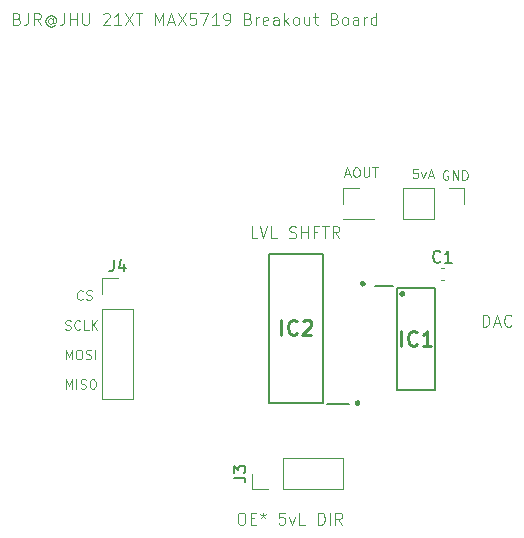
<source format=gbr>
%TF.GenerationSoftware,KiCad,Pcbnew,8.0.6*%
%TF.CreationDate,2024-12-20T03:38:08-05:00*%
%TF.ProjectId,MAX5719_breakout,4d415835-3731-4395-9f62-7265616b6f75,rev?*%
%TF.SameCoordinates,Original*%
%TF.FileFunction,Legend,Top*%
%TF.FilePolarity,Positive*%
%FSLAX46Y46*%
G04 Gerber Fmt 4.6, Leading zero omitted, Abs format (unit mm)*
G04 Created by KiCad (PCBNEW 8.0.6) date 2024-12-20 03:38:08*
%MOMM*%
%LPD*%
G01*
G04 APERTURE LIST*
%ADD10C,0.300000*%
%ADD11C,0.100000*%
%ADD12C,0.150000*%
%ADD13C,0.254000*%
%ADD14C,0.120000*%
%ADD15C,0.200000*%
G04 APERTURE END LIST*
D10*
X165270000Y-109780000D02*
G75*
G02*
X165070000Y-109780000I-100000J0D01*
G01*
X165070000Y-109780000D02*
G75*
G02*
X165270000Y-109780000I100000J0D01*
G01*
X168600000Y-110650000D02*
G75*
G02*
X168400000Y-110650000I-100000J0D01*
G01*
X168400000Y-110650000D02*
G75*
G02*
X168600000Y-110650000I100000J0D01*
G01*
X164819000Y-119888000D02*
G75*
G02*
X164619000Y-119888000I-100000J0D01*
G01*
X164619000Y-119888000D02*
G75*
G02*
X164819000Y-119888000I100000J0D01*
G01*
D11*
X169807217Y-100061895D02*
X169426265Y-100061895D01*
X169426265Y-100061895D02*
X169388169Y-100442847D01*
X169388169Y-100442847D02*
X169426265Y-100404752D01*
X169426265Y-100404752D02*
X169502455Y-100366657D01*
X169502455Y-100366657D02*
X169692931Y-100366657D01*
X169692931Y-100366657D02*
X169769122Y-100404752D01*
X169769122Y-100404752D02*
X169807217Y-100442847D01*
X169807217Y-100442847D02*
X169845312Y-100519038D01*
X169845312Y-100519038D02*
X169845312Y-100709514D01*
X169845312Y-100709514D02*
X169807217Y-100785704D01*
X169807217Y-100785704D02*
X169769122Y-100823800D01*
X169769122Y-100823800D02*
X169692931Y-100861895D01*
X169692931Y-100861895D02*
X169502455Y-100861895D01*
X169502455Y-100861895D02*
X169426265Y-100823800D01*
X169426265Y-100823800D02*
X169388169Y-100785704D01*
X170111979Y-100328561D02*
X170302455Y-100861895D01*
X170302455Y-100861895D02*
X170492932Y-100328561D01*
X170759598Y-100633323D02*
X171140551Y-100633323D01*
X170683408Y-100861895D02*
X170950075Y-100061895D01*
X170950075Y-100061895D02*
X171216741Y-100861895D01*
X140006265Y-116176895D02*
X140006265Y-115376895D01*
X140006265Y-115376895D02*
X140272931Y-115948323D01*
X140272931Y-115948323D02*
X140539598Y-115376895D01*
X140539598Y-115376895D02*
X140539598Y-116176895D01*
X141072932Y-115376895D02*
X141225313Y-115376895D01*
X141225313Y-115376895D02*
X141301503Y-115414990D01*
X141301503Y-115414990D02*
X141377694Y-115491180D01*
X141377694Y-115491180D02*
X141415789Y-115643561D01*
X141415789Y-115643561D02*
X141415789Y-115910228D01*
X141415789Y-115910228D02*
X141377694Y-116062609D01*
X141377694Y-116062609D02*
X141301503Y-116138800D01*
X141301503Y-116138800D02*
X141225313Y-116176895D01*
X141225313Y-116176895D02*
X141072932Y-116176895D01*
X141072932Y-116176895D02*
X140996741Y-116138800D01*
X140996741Y-116138800D02*
X140920551Y-116062609D01*
X140920551Y-116062609D02*
X140882455Y-115910228D01*
X140882455Y-115910228D02*
X140882455Y-115643561D01*
X140882455Y-115643561D02*
X140920551Y-115491180D01*
X140920551Y-115491180D02*
X140996741Y-115414990D01*
X140996741Y-115414990D02*
X141072932Y-115376895D01*
X141720550Y-116138800D02*
X141834836Y-116176895D01*
X141834836Y-116176895D02*
X142025312Y-116176895D01*
X142025312Y-116176895D02*
X142101503Y-116138800D01*
X142101503Y-116138800D02*
X142139598Y-116100704D01*
X142139598Y-116100704D02*
X142177693Y-116024514D01*
X142177693Y-116024514D02*
X142177693Y-115948323D01*
X142177693Y-115948323D02*
X142139598Y-115872133D01*
X142139598Y-115872133D02*
X142101503Y-115834038D01*
X142101503Y-115834038D02*
X142025312Y-115795942D01*
X142025312Y-115795942D02*
X141872931Y-115757847D01*
X141872931Y-115757847D02*
X141796741Y-115719752D01*
X141796741Y-115719752D02*
X141758646Y-115681657D01*
X141758646Y-115681657D02*
X141720550Y-115605466D01*
X141720550Y-115605466D02*
X141720550Y-115529276D01*
X141720550Y-115529276D02*
X141758646Y-115453085D01*
X141758646Y-115453085D02*
X141796741Y-115414990D01*
X141796741Y-115414990D02*
X141872931Y-115376895D01*
X141872931Y-115376895D02*
X142063408Y-115376895D01*
X142063408Y-115376895D02*
X142177693Y-115414990D01*
X142520551Y-116176895D02*
X142520551Y-115376895D01*
X135887217Y-87348609D02*
X136030074Y-87396228D01*
X136030074Y-87396228D02*
X136077693Y-87443847D01*
X136077693Y-87443847D02*
X136125312Y-87539085D01*
X136125312Y-87539085D02*
X136125312Y-87681942D01*
X136125312Y-87681942D02*
X136077693Y-87777180D01*
X136077693Y-87777180D02*
X136030074Y-87824800D01*
X136030074Y-87824800D02*
X135934836Y-87872419D01*
X135934836Y-87872419D02*
X135553884Y-87872419D01*
X135553884Y-87872419D02*
X135553884Y-86872419D01*
X135553884Y-86872419D02*
X135887217Y-86872419D01*
X135887217Y-86872419D02*
X135982455Y-86920038D01*
X135982455Y-86920038D02*
X136030074Y-86967657D01*
X136030074Y-86967657D02*
X136077693Y-87062895D01*
X136077693Y-87062895D02*
X136077693Y-87158133D01*
X136077693Y-87158133D02*
X136030074Y-87253371D01*
X136030074Y-87253371D02*
X135982455Y-87300990D01*
X135982455Y-87300990D02*
X135887217Y-87348609D01*
X135887217Y-87348609D02*
X135553884Y-87348609D01*
X136839598Y-86872419D02*
X136839598Y-87586704D01*
X136839598Y-87586704D02*
X136791979Y-87729561D01*
X136791979Y-87729561D02*
X136696741Y-87824800D01*
X136696741Y-87824800D02*
X136553884Y-87872419D01*
X136553884Y-87872419D02*
X136458646Y-87872419D01*
X137887217Y-87872419D02*
X137553884Y-87396228D01*
X137315789Y-87872419D02*
X137315789Y-86872419D01*
X137315789Y-86872419D02*
X137696741Y-86872419D01*
X137696741Y-86872419D02*
X137791979Y-86920038D01*
X137791979Y-86920038D02*
X137839598Y-86967657D01*
X137839598Y-86967657D02*
X137887217Y-87062895D01*
X137887217Y-87062895D02*
X137887217Y-87205752D01*
X137887217Y-87205752D02*
X137839598Y-87300990D01*
X137839598Y-87300990D02*
X137791979Y-87348609D01*
X137791979Y-87348609D02*
X137696741Y-87396228D01*
X137696741Y-87396228D02*
X137315789Y-87396228D01*
X138934836Y-87396228D02*
X138887217Y-87348609D01*
X138887217Y-87348609D02*
X138791979Y-87300990D01*
X138791979Y-87300990D02*
X138696741Y-87300990D01*
X138696741Y-87300990D02*
X138601503Y-87348609D01*
X138601503Y-87348609D02*
X138553884Y-87396228D01*
X138553884Y-87396228D02*
X138506265Y-87491466D01*
X138506265Y-87491466D02*
X138506265Y-87586704D01*
X138506265Y-87586704D02*
X138553884Y-87681942D01*
X138553884Y-87681942D02*
X138601503Y-87729561D01*
X138601503Y-87729561D02*
X138696741Y-87777180D01*
X138696741Y-87777180D02*
X138791979Y-87777180D01*
X138791979Y-87777180D02*
X138887217Y-87729561D01*
X138887217Y-87729561D02*
X138934836Y-87681942D01*
X138934836Y-87300990D02*
X138934836Y-87681942D01*
X138934836Y-87681942D02*
X138982455Y-87729561D01*
X138982455Y-87729561D02*
X139030074Y-87729561D01*
X139030074Y-87729561D02*
X139125313Y-87681942D01*
X139125313Y-87681942D02*
X139172932Y-87586704D01*
X139172932Y-87586704D02*
X139172932Y-87348609D01*
X139172932Y-87348609D02*
X139077694Y-87205752D01*
X139077694Y-87205752D02*
X138934836Y-87110514D01*
X138934836Y-87110514D02*
X138744360Y-87062895D01*
X138744360Y-87062895D02*
X138553884Y-87110514D01*
X138553884Y-87110514D02*
X138411027Y-87205752D01*
X138411027Y-87205752D02*
X138315789Y-87348609D01*
X138315789Y-87348609D02*
X138268170Y-87539085D01*
X138268170Y-87539085D02*
X138315789Y-87729561D01*
X138315789Y-87729561D02*
X138411027Y-87872419D01*
X138411027Y-87872419D02*
X138553884Y-87967657D01*
X138553884Y-87967657D02*
X138744360Y-88015276D01*
X138744360Y-88015276D02*
X138934836Y-87967657D01*
X138934836Y-87967657D02*
X139077694Y-87872419D01*
X139887217Y-86872419D02*
X139887217Y-87586704D01*
X139887217Y-87586704D02*
X139839598Y-87729561D01*
X139839598Y-87729561D02*
X139744360Y-87824800D01*
X139744360Y-87824800D02*
X139601503Y-87872419D01*
X139601503Y-87872419D02*
X139506265Y-87872419D01*
X140363408Y-87872419D02*
X140363408Y-86872419D01*
X140363408Y-87348609D02*
X140934836Y-87348609D01*
X140934836Y-87872419D02*
X140934836Y-86872419D01*
X141411027Y-86872419D02*
X141411027Y-87681942D01*
X141411027Y-87681942D02*
X141458646Y-87777180D01*
X141458646Y-87777180D02*
X141506265Y-87824800D01*
X141506265Y-87824800D02*
X141601503Y-87872419D01*
X141601503Y-87872419D02*
X141791979Y-87872419D01*
X141791979Y-87872419D02*
X141887217Y-87824800D01*
X141887217Y-87824800D02*
X141934836Y-87777180D01*
X141934836Y-87777180D02*
X141982455Y-87681942D01*
X141982455Y-87681942D02*
X141982455Y-86872419D01*
X143172932Y-86967657D02*
X143220551Y-86920038D01*
X143220551Y-86920038D02*
X143315789Y-86872419D01*
X143315789Y-86872419D02*
X143553884Y-86872419D01*
X143553884Y-86872419D02*
X143649122Y-86920038D01*
X143649122Y-86920038D02*
X143696741Y-86967657D01*
X143696741Y-86967657D02*
X143744360Y-87062895D01*
X143744360Y-87062895D02*
X143744360Y-87158133D01*
X143744360Y-87158133D02*
X143696741Y-87300990D01*
X143696741Y-87300990D02*
X143125313Y-87872419D01*
X143125313Y-87872419D02*
X143744360Y-87872419D01*
X144696741Y-87872419D02*
X144125313Y-87872419D01*
X144411027Y-87872419D02*
X144411027Y-86872419D01*
X144411027Y-86872419D02*
X144315789Y-87015276D01*
X144315789Y-87015276D02*
X144220551Y-87110514D01*
X144220551Y-87110514D02*
X144125313Y-87158133D01*
X145030075Y-86872419D02*
X145696741Y-87872419D01*
X145696741Y-86872419D02*
X145030075Y-87872419D01*
X145934837Y-86872419D02*
X146506265Y-86872419D01*
X146220551Y-87872419D02*
X146220551Y-86872419D01*
X147601504Y-87872419D02*
X147601504Y-86872419D01*
X147601504Y-86872419D02*
X147934837Y-87586704D01*
X147934837Y-87586704D02*
X148268170Y-86872419D01*
X148268170Y-86872419D02*
X148268170Y-87872419D01*
X148696742Y-87586704D02*
X149172932Y-87586704D01*
X148601504Y-87872419D02*
X148934837Y-86872419D01*
X148934837Y-86872419D02*
X149268170Y-87872419D01*
X149506266Y-86872419D02*
X150172932Y-87872419D01*
X150172932Y-86872419D02*
X149506266Y-87872419D01*
X151030075Y-86872419D02*
X150553885Y-86872419D01*
X150553885Y-86872419D02*
X150506266Y-87348609D01*
X150506266Y-87348609D02*
X150553885Y-87300990D01*
X150553885Y-87300990D02*
X150649123Y-87253371D01*
X150649123Y-87253371D02*
X150887218Y-87253371D01*
X150887218Y-87253371D02*
X150982456Y-87300990D01*
X150982456Y-87300990D02*
X151030075Y-87348609D01*
X151030075Y-87348609D02*
X151077694Y-87443847D01*
X151077694Y-87443847D02*
X151077694Y-87681942D01*
X151077694Y-87681942D02*
X151030075Y-87777180D01*
X151030075Y-87777180D02*
X150982456Y-87824800D01*
X150982456Y-87824800D02*
X150887218Y-87872419D01*
X150887218Y-87872419D02*
X150649123Y-87872419D01*
X150649123Y-87872419D02*
X150553885Y-87824800D01*
X150553885Y-87824800D02*
X150506266Y-87777180D01*
X151411028Y-86872419D02*
X152077694Y-86872419D01*
X152077694Y-86872419D02*
X151649123Y-87872419D01*
X152982456Y-87872419D02*
X152411028Y-87872419D01*
X152696742Y-87872419D02*
X152696742Y-86872419D01*
X152696742Y-86872419D02*
X152601504Y-87015276D01*
X152601504Y-87015276D02*
X152506266Y-87110514D01*
X152506266Y-87110514D02*
X152411028Y-87158133D01*
X153458647Y-87872419D02*
X153649123Y-87872419D01*
X153649123Y-87872419D02*
X153744361Y-87824800D01*
X153744361Y-87824800D02*
X153791980Y-87777180D01*
X153791980Y-87777180D02*
X153887218Y-87634323D01*
X153887218Y-87634323D02*
X153934837Y-87443847D01*
X153934837Y-87443847D02*
X153934837Y-87062895D01*
X153934837Y-87062895D02*
X153887218Y-86967657D01*
X153887218Y-86967657D02*
X153839599Y-86920038D01*
X153839599Y-86920038D02*
X153744361Y-86872419D01*
X153744361Y-86872419D02*
X153553885Y-86872419D01*
X153553885Y-86872419D02*
X153458647Y-86920038D01*
X153458647Y-86920038D02*
X153411028Y-86967657D01*
X153411028Y-86967657D02*
X153363409Y-87062895D01*
X153363409Y-87062895D02*
X153363409Y-87300990D01*
X153363409Y-87300990D02*
X153411028Y-87396228D01*
X153411028Y-87396228D02*
X153458647Y-87443847D01*
X153458647Y-87443847D02*
X153553885Y-87491466D01*
X153553885Y-87491466D02*
X153744361Y-87491466D01*
X153744361Y-87491466D02*
X153839599Y-87443847D01*
X153839599Y-87443847D02*
X153887218Y-87396228D01*
X153887218Y-87396228D02*
X153934837Y-87300990D01*
X155458647Y-87348609D02*
X155601504Y-87396228D01*
X155601504Y-87396228D02*
X155649123Y-87443847D01*
X155649123Y-87443847D02*
X155696742Y-87539085D01*
X155696742Y-87539085D02*
X155696742Y-87681942D01*
X155696742Y-87681942D02*
X155649123Y-87777180D01*
X155649123Y-87777180D02*
X155601504Y-87824800D01*
X155601504Y-87824800D02*
X155506266Y-87872419D01*
X155506266Y-87872419D02*
X155125314Y-87872419D01*
X155125314Y-87872419D02*
X155125314Y-86872419D01*
X155125314Y-86872419D02*
X155458647Y-86872419D01*
X155458647Y-86872419D02*
X155553885Y-86920038D01*
X155553885Y-86920038D02*
X155601504Y-86967657D01*
X155601504Y-86967657D02*
X155649123Y-87062895D01*
X155649123Y-87062895D02*
X155649123Y-87158133D01*
X155649123Y-87158133D02*
X155601504Y-87253371D01*
X155601504Y-87253371D02*
X155553885Y-87300990D01*
X155553885Y-87300990D02*
X155458647Y-87348609D01*
X155458647Y-87348609D02*
X155125314Y-87348609D01*
X156125314Y-87872419D02*
X156125314Y-87205752D01*
X156125314Y-87396228D02*
X156172933Y-87300990D01*
X156172933Y-87300990D02*
X156220552Y-87253371D01*
X156220552Y-87253371D02*
X156315790Y-87205752D01*
X156315790Y-87205752D02*
X156411028Y-87205752D01*
X157125314Y-87824800D02*
X157030076Y-87872419D01*
X157030076Y-87872419D02*
X156839600Y-87872419D01*
X156839600Y-87872419D02*
X156744362Y-87824800D01*
X156744362Y-87824800D02*
X156696743Y-87729561D01*
X156696743Y-87729561D02*
X156696743Y-87348609D01*
X156696743Y-87348609D02*
X156744362Y-87253371D01*
X156744362Y-87253371D02*
X156839600Y-87205752D01*
X156839600Y-87205752D02*
X157030076Y-87205752D01*
X157030076Y-87205752D02*
X157125314Y-87253371D01*
X157125314Y-87253371D02*
X157172933Y-87348609D01*
X157172933Y-87348609D02*
X157172933Y-87443847D01*
X157172933Y-87443847D02*
X156696743Y-87539085D01*
X158030076Y-87872419D02*
X158030076Y-87348609D01*
X158030076Y-87348609D02*
X157982457Y-87253371D01*
X157982457Y-87253371D02*
X157887219Y-87205752D01*
X157887219Y-87205752D02*
X157696743Y-87205752D01*
X157696743Y-87205752D02*
X157601505Y-87253371D01*
X158030076Y-87824800D02*
X157934838Y-87872419D01*
X157934838Y-87872419D02*
X157696743Y-87872419D01*
X157696743Y-87872419D02*
X157601505Y-87824800D01*
X157601505Y-87824800D02*
X157553886Y-87729561D01*
X157553886Y-87729561D02*
X157553886Y-87634323D01*
X157553886Y-87634323D02*
X157601505Y-87539085D01*
X157601505Y-87539085D02*
X157696743Y-87491466D01*
X157696743Y-87491466D02*
X157934838Y-87491466D01*
X157934838Y-87491466D02*
X158030076Y-87443847D01*
X158506267Y-87872419D02*
X158506267Y-86872419D01*
X158601505Y-87491466D02*
X158887219Y-87872419D01*
X158887219Y-87205752D02*
X158506267Y-87586704D01*
X159458648Y-87872419D02*
X159363410Y-87824800D01*
X159363410Y-87824800D02*
X159315791Y-87777180D01*
X159315791Y-87777180D02*
X159268172Y-87681942D01*
X159268172Y-87681942D02*
X159268172Y-87396228D01*
X159268172Y-87396228D02*
X159315791Y-87300990D01*
X159315791Y-87300990D02*
X159363410Y-87253371D01*
X159363410Y-87253371D02*
X159458648Y-87205752D01*
X159458648Y-87205752D02*
X159601505Y-87205752D01*
X159601505Y-87205752D02*
X159696743Y-87253371D01*
X159696743Y-87253371D02*
X159744362Y-87300990D01*
X159744362Y-87300990D02*
X159791981Y-87396228D01*
X159791981Y-87396228D02*
X159791981Y-87681942D01*
X159791981Y-87681942D02*
X159744362Y-87777180D01*
X159744362Y-87777180D02*
X159696743Y-87824800D01*
X159696743Y-87824800D02*
X159601505Y-87872419D01*
X159601505Y-87872419D02*
X159458648Y-87872419D01*
X160649124Y-87205752D02*
X160649124Y-87872419D01*
X160220553Y-87205752D02*
X160220553Y-87729561D01*
X160220553Y-87729561D02*
X160268172Y-87824800D01*
X160268172Y-87824800D02*
X160363410Y-87872419D01*
X160363410Y-87872419D02*
X160506267Y-87872419D01*
X160506267Y-87872419D02*
X160601505Y-87824800D01*
X160601505Y-87824800D02*
X160649124Y-87777180D01*
X160982458Y-87205752D02*
X161363410Y-87205752D01*
X161125315Y-86872419D02*
X161125315Y-87729561D01*
X161125315Y-87729561D02*
X161172934Y-87824800D01*
X161172934Y-87824800D02*
X161268172Y-87872419D01*
X161268172Y-87872419D02*
X161363410Y-87872419D01*
X162791982Y-87348609D02*
X162934839Y-87396228D01*
X162934839Y-87396228D02*
X162982458Y-87443847D01*
X162982458Y-87443847D02*
X163030077Y-87539085D01*
X163030077Y-87539085D02*
X163030077Y-87681942D01*
X163030077Y-87681942D02*
X162982458Y-87777180D01*
X162982458Y-87777180D02*
X162934839Y-87824800D01*
X162934839Y-87824800D02*
X162839601Y-87872419D01*
X162839601Y-87872419D02*
X162458649Y-87872419D01*
X162458649Y-87872419D02*
X162458649Y-86872419D01*
X162458649Y-86872419D02*
X162791982Y-86872419D01*
X162791982Y-86872419D02*
X162887220Y-86920038D01*
X162887220Y-86920038D02*
X162934839Y-86967657D01*
X162934839Y-86967657D02*
X162982458Y-87062895D01*
X162982458Y-87062895D02*
X162982458Y-87158133D01*
X162982458Y-87158133D02*
X162934839Y-87253371D01*
X162934839Y-87253371D02*
X162887220Y-87300990D01*
X162887220Y-87300990D02*
X162791982Y-87348609D01*
X162791982Y-87348609D02*
X162458649Y-87348609D01*
X163601506Y-87872419D02*
X163506268Y-87824800D01*
X163506268Y-87824800D02*
X163458649Y-87777180D01*
X163458649Y-87777180D02*
X163411030Y-87681942D01*
X163411030Y-87681942D02*
X163411030Y-87396228D01*
X163411030Y-87396228D02*
X163458649Y-87300990D01*
X163458649Y-87300990D02*
X163506268Y-87253371D01*
X163506268Y-87253371D02*
X163601506Y-87205752D01*
X163601506Y-87205752D02*
X163744363Y-87205752D01*
X163744363Y-87205752D02*
X163839601Y-87253371D01*
X163839601Y-87253371D02*
X163887220Y-87300990D01*
X163887220Y-87300990D02*
X163934839Y-87396228D01*
X163934839Y-87396228D02*
X163934839Y-87681942D01*
X163934839Y-87681942D02*
X163887220Y-87777180D01*
X163887220Y-87777180D02*
X163839601Y-87824800D01*
X163839601Y-87824800D02*
X163744363Y-87872419D01*
X163744363Y-87872419D02*
X163601506Y-87872419D01*
X164791982Y-87872419D02*
X164791982Y-87348609D01*
X164791982Y-87348609D02*
X164744363Y-87253371D01*
X164744363Y-87253371D02*
X164649125Y-87205752D01*
X164649125Y-87205752D02*
X164458649Y-87205752D01*
X164458649Y-87205752D02*
X164363411Y-87253371D01*
X164791982Y-87824800D02*
X164696744Y-87872419D01*
X164696744Y-87872419D02*
X164458649Y-87872419D01*
X164458649Y-87872419D02*
X164363411Y-87824800D01*
X164363411Y-87824800D02*
X164315792Y-87729561D01*
X164315792Y-87729561D02*
X164315792Y-87634323D01*
X164315792Y-87634323D02*
X164363411Y-87539085D01*
X164363411Y-87539085D02*
X164458649Y-87491466D01*
X164458649Y-87491466D02*
X164696744Y-87491466D01*
X164696744Y-87491466D02*
X164791982Y-87443847D01*
X165268173Y-87872419D02*
X165268173Y-87205752D01*
X165268173Y-87396228D02*
X165315792Y-87300990D01*
X165315792Y-87300990D02*
X165363411Y-87253371D01*
X165363411Y-87253371D02*
X165458649Y-87205752D01*
X165458649Y-87205752D02*
X165553887Y-87205752D01*
X166315792Y-87872419D02*
X166315792Y-86872419D01*
X166315792Y-87824800D02*
X166220554Y-87872419D01*
X166220554Y-87872419D02*
X166030078Y-87872419D01*
X166030078Y-87872419D02*
X165934840Y-87824800D01*
X165934840Y-87824800D02*
X165887221Y-87777180D01*
X165887221Y-87777180D02*
X165839602Y-87681942D01*
X165839602Y-87681942D02*
X165839602Y-87396228D01*
X165839602Y-87396228D02*
X165887221Y-87300990D01*
X165887221Y-87300990D02*
X165934840Y-87253371D01*
X165934840Y-87253371D02*
X166030078Y-87205752D01*
X166030078Y-87205752D02*
X166220554Y-87205752D01*
X166220554Y-87205752D02*
X166315792Y-87253371D01*
X140006265Y-118676895D02*
X140006265Y-117876895D01*
X140006265Y-117876895D02*
X140272931Y-118448323D01*
X140272931Y-118448323D02*
X140539598Y-117876895D01*
X140539598Y-117876895D02*
X140539598Y-118676895D01*
X140920551Y-118676895D02*
X140920551Y-117876895D01*
X141263407Y-118638800D02*
X141377693Y-118676895D01*
X141377693Y-118676895D02*
X141568169Y-118676895D01*
X141568169Y-118676895D02*
X141644360Y-118638800D01*
X141644360Y-118638800D02*
X141682455Y-118600704D01*
X141682455Y-118600704D02*
X141720550Y-118524514D01*
X141720550Y-118524514D02*
X141720550Y-118448323D01*
X141720550Y-118448323D02*
X141682455Y-118372133D01*
X141682455Y-118372133D02*
X141644360Y-118334038D01*
X141644360Y-118334038D02*
X141568169Y-118295942D01*
X141568169Y-118295942D02*
X141415788Y-118257847D01*
X141415788Y-118257847D02*
X141339598Y-118219752D01*
X141339598Y-118219752D02*
X141301503Y-118181657D01*
X141301503Y-118181657D02*
X141263407Y-118105466D01*
X141263407Y-118105466D02*
X141263407Y-118029276D01*
X141263407Y-118029276D02*
X141301503Y-117953085D01*
X141301503Y-117953085D02*
X141339598Y-117914990D01*
X141339598Y-117914990D02*
X141415788Y-117876895D01*
X141415788Y-117876895D02*
X141606265Y-117876895D01*
X141606265Y-117876895D02*
X141720550Y-117914990D01*
X142215789Y-117876895D02*
X142368170Y-117876895D01*
X142368170Y-117876895D02*
X142444360Y-117914990D01*
X142444360Y-117914990D02*
X142520551Y-117991180D01*
X142520551Y-117991180D02*
X142558646Y-118143561D01*
X142558646Y-118143561D02*
X142558646Y-118410228D01*
X142558646Y-118410228D02*
X142520551Y-118562609D01*
X142520551Y-118562609D02*
X142444360Y-118638800D01*
X142444360Y-118638800D02*
X142368170Y-118676895D01*
X142368170Y-118676895D02*
X142215789Y-118676895D01*
X142215789Y-118676895D02*
X142139598Y-118638800D01*
X142139598Y-118638800D02*
X142063408Y-118562609D01*
X142063408Y-118562609D02*
X142025312Y-118410228D01*
X142025312Y-118410228D02*
X142025312Y-118143561D01*
X142025312Y-118143561D02*
X142063408Y-117991180D01*
X142063408Y-117991180D02*
X142139598Y-117914990D01*
X142139598Y-117914990D02*
X142215789Y-117876895D01*
X172379312Y-100226990D02*
X172303122Y-100188895D01*
X172303122Y-100188895D02*
X172188836Y-100188895D01*
X172188836Y-100188895D02*
X172074550Y-100226990D01*
X172074550Y-100226990D02*
X171998360Y-100303180D01*
X171998360Y-100303180D02*
X171960265Y-100379371D01*
X171960265Y-100379371D02*
X171922169Y-100531752D01*
X171922169Y-100531752D02*
X171922169Y-100646038D01*
X171922169Y-100646038D02*
X171960265Y-100798419D01*
X171960265Y-100798419D02*
X171998360Y-100874609D01*
X171998360Y-100874609D02*
X172074550Y-100950800D01*
X172074550Y-100950800D02*
X172188836Y-100988895D01*
X172188836Y-100988895D02*
X172265027Y-100988895D01*
X172265027Y-100988895D02*
X172379312Y-100950800D01*
X172379312Y-100950800D02*
X172417408Y-100912704D01*
X172417408Y-100912704D02*
X172417408Y-100646038D01*
X172417408Y-100646038D02*
X172265027Y-100646038D01*
X172760265Y-100988895D02*
X172760265Y-100188895D01*
X172760265Y-100188895D02*
X173217408Y-100988895D01*
X173217408Y-100988895D02*
X173217408Y-100188895D01*
X173598360Y-100988895D02*
X173598360Y-100188895D01*
X173598360Y-100188895D02*
X173788836Y-100188895D01*
X173788836Y-100188895D02*
X173903122Y-100226990D01*
X173903122Y-100226990D02*
X173979312Y-100303180D01*
X173979312Y-100303180D02*
X174017407Y-100379371D01*
X174017407Y-100379371D02*
X174055503Y-100531752D01*
X174055503Y-100531752D02*
X174055503Y-100646038D01*
X174055503Y-100646038D02*
X174017407Y-100798419D01*
X174017407Y-100798419D02*
X173979312Y-100874609D01*
X173979312Y-100874609D02*
X173903122Y-100950800D01*
X173903122Y-100950800D02*
X173788836Y-100988895D01*
X173788836Y-100988895D02*
X173598360Y-100988895D01*
X156228074Y-105917419D02*
X155751884Y-105917419D01*
X155751884Y-105917419D02*
X155751884Y-104917419D01*
X156418551Y-104917419D02*
X156751884Y-105917419D01*
X156751884Y-105917419D02*
X157085217Y-104917419D01*
X157894741Y-105917419D02*
X157418551Y-105917419D01*
X157418551Y-105917419D02*
X157418551Y-104917419D01*
X158942361Y-105869800D02*
X159085218Y-105917419D01*
X159085218Y-105917419D02*
X159323313Y-105917419D01*
X159323313Y-105917419D02*
X159418551Y-105869800D01*
X159418551Y-105869800D02*
X159466170Y-105822180D01*
X159466170Y-105822180D02*
X159513789Y-105726942D01*
X159513789Y-105726942D02*
X159513789Y-105631704D01*
X159513789Y-105631704D02*
X159466170Y-105536466D01*
X159466170Y-105536466D02*
X159418551Y-105488847D01*
X159418551Y-105488847D02*
X159323313Y-105441228D01*
X159323313Y-105441228D02*
X159132837Y-105393609D01*
X159132837Y-105393609D02*
X159037599Y-105345990D01*
X159037599Y-105345990D02*
X158989980Y-105298371D01*
X158989980Y-105298371D02*
X158942361Y-105203133D01*
X158942361Y-105203133D02*
X158942361Y-105107895D01*
X158942361Y-105107895D02*
X158989980Y-105012657D01*
X158989980Y-105012657D02*
X159037599Y-104965038D01*
X159037599Y-104965038D02*
X159132837Y-104917419D01*
X159132837Y-104917419D02*
X159370932Y-104917419D01*
X159370932Y-104917419D02*
X159513789Y-104965038D01*
X159942361Y-105917419D02*
X159942361Y-104917419D01*
X159942361Y-105393609D02*
X160513789Y-105393609D01*
X160513789Y-105917419D02*
X160513789Y-104917419D01*
X161323313Y-105393609D02*
X160989980Y-105393609D01*
X160989980Y-105917419D02*
X160989980Y-104917419D01*
X160989980Y-104917419D02*
X161466170Y-104917419D01*
X161704266Y-104917419D02*
X162275694Y-104917419D01*
X161989980Y-105917419D02*
X161989980Y-104917419D01*
X163180456Y-105917419D02*
X162847123Y-105441228D01*
X162609028Y-105917419D02*
X162609028Y-104917419D01*
X162609028Y-104917419D02*
X162989980Y-104917419D01*
X162989980Y-104917419D02*
X163085218Y-104965038D01*
X163085218Y-104965038D02*
X163132837Y-105012657D01*
X163132837Y-105012657D02*
X163180456Y-105107895D01*
X163180456Y-105107895D02*
X163180456Y-105250752D01*
X163180456Y-105250752D02*
X163132837Y-105345990D01*
X163132837Y-105345990D02*
X163085218Y-105393609D01*
X163085218Y-105393609D02*
X162989980Y-105441228D01*
X162989980Y-105441228D02*
X162609028Y-105441228D01*
X154799360Y-129174419D02*
X154989836Y-129174419D01*
X154989836Y-129174419D02*
X155085074Y-129222038D01*
X155085074Y-129222038D02*
X155180312Y-129317276D01*
X155180312Y-129317276D02*
X155227931Y-129507752D01*
X155227931Y-129507752D02*
X155227931Y-129841085D01*
X155227931Y-129841085D02*
X155180312Y-130031561D01*
X155180312Y-130031561D02*
X155085074Y-130126800D01*
X155085074Y-130126800D02*
X154989836Y-130174419D01*
X154989836Y-130174419D02*
X154799360Y-130174419D01*
X154799360Y-130174419D02*
X154704122Y-130126800D01*
X154704122Y-130126800D02*
X154608884Y-130031561D01*
X154608884Y-130031561D02*
X154561265Y-129841085D01*
X154561265Y-129841085D02*
X154561265Y-129507752D01*
X154561265Y-129507752D02*
X154608884Y-129317276D01*
X154608884Y-129317276D02*
X154704122Y-129222038D01*
X154704122Y-129222038D02*
X154799360Y-129174419D01*
X155656503Y-129650609D02*
X155989836Y-129650609D01*
X156132693Y-130174419D02*
X155656503Y-130174419D01*
X155656503Y-130174419D02*
X155656503Y-129174419D01*
X155656503Y-129174419D02*
X156132693Y-129174419D01*
X156704122Y-129174419D02*
X156704122Y-129412514D01*
X156466027Y-129317276D02*
X156704122Y-129412514D01*
X156704122Y-129412514D02*
X156942217Y-129317276D01*
X156561265Y-129602990D02*
X156704122Y-129412514D01*
X156704122Y-129412514D02*
X156846979Y-129602990D01*
X158561265Y-129174419D02*
X158085075Y-129174419D01*
X158085075Y-129174419D02*
X158037456Y-129650609D01*
X158037456Y-129650609D02*
X158085075Y-129602990D01*
X158085075Y-129602990D02*
X158180313Y-129555371D01*
X158180313Y-129555371D02*
X158418408Y-129555371D01*
X158418408Y-129555371D02*
X158513646Y-129602990D01*
X158513646Y-129602990D02*
X158561265Y-129650609D01*
X158561265Y-129650609D02*
X158608884Y-129745847D01*
X158608884Y-129745847D02*
X158608884Y-129983942D01*
X158608884Y-129983942D02*
X158561265Y-130079180D01*
X158561265Y-130079180D02*
X158513646Y-130126800D01*
X158513646Y-130126800D02*
X158418408Y-130174419D01*
X158418408Y-130174419D02*
X158180313Y-130174419D01*
X158180313Y-130174419D02*
X158085075Y-130126800D01*
X158085075Y-130126800D02*
X158037456Y-130079180D01*
X158942218Y-129507752D02*
X159180313Y-130174419D01*
X159180313Y-130174419D02*
X159418408Y-129507752D01*
X160275551Y-130174419D02*
X159799361Y-130174419D01*
X159799361Y-130174419D02*
X159799361Y-129174419D01*
X161370790Y-130174419D02*
X161370790Y-129174419D01*
X161370790Y-129174419D02*
X161608885Y-129174419D01*
X161608885Y-129174419D02*
X161751742Y-129222038D01*
X161751742Y-129222038D02*
X161846980Y-129317276D01*
X161846980Y-129317276D02*
X161894599Y-129412514D01*
X161894599Y-129412514D02*
X161942218Y-129602990D01*
X161942218Y-129602990D02*
X161942218Y-129745847D01*
X161942218Y-129745847D02*
X161894599Y-129936323D01*
X161894599Y-129936323D02*
X161846980Y-130031561D01*
X161846980Y-130031561D02*
X161751742Y-130126800D01*
X161751742Y-130126800D02*
X161608885Y-130174419D01*
X161608885Y-130174419D02*
X161370790Y-130174419D01*
X162370790Y-130174419D02*
X162370790Y-129174419D01*
X163418408Y-130174419D02*
X163085075Y-129698228D01*
X162846980Y-130174419D02*
X162846980Y-129174419D01*
X162846980Y-129174419D02*
X163227932Y-129174419D01*
X163227932Y-129174419D02*
X163323170Y-129222038D01*
X163323170Y-129222038D02*
X163370789Y-129269657D01*
X163370789Y-129269657D02*
X163418408Y-129364895D01*
X163418408Y-129364895D02*
X163418408Y-129507752D01*
X163418408Y-129507752D02*
X163370789Y-129602990D01*
X163370789Y-129602990D02*
X163323170Y-129650609D01*
X163323170Y-129650609D02*
X163227932Y-129698228D01*
X163227932Y-129698228D02*
X162846980Y-129698228D01*
X163667169Y-100506323D02*
X164048122Y-100506323D01*
X163590979Y-100734895D02*
X163857646Y-99934895D01*
X163857646Y-99934895D02*
X164124312Y-100734895D01*
X164543360Y-99934895D02*
X164695741Y-99934895D01*
X164695741Y-99934895D02*
X164771931Y-99972990D01*
X164771931Y-99972990D02*
X164848122Y-100049180D01*
X164848122Y-100049180D02*
X164886217Y-100201561D01*
X164886217Y-100201561D02*
X164886217Y-100468228D01*
X164886217Y-100468228D02*
X164848122Y-100620609D01*
X164848122Y-100620609D02*
X164771931Y-100696800D01*
X164771931Y-100696800D02*
X164695741Y-100734895D01*
X164695741Y-100734895D02*
X164543360Y-100734895D01*
X164543360Y-100734895D02*
X164467169Y-100696800D01*
X164467169Y-100696800D02*
X164390979Y-100620609D01*
X164390979Y-100620609D02*
X164352883Y-100468228D01*
X164352883Y-100468228D02*
X164352883Y-100201561D01*
X164352883Y-100201561D02*
X164390979Y-100049180D01*
X164390979Y-100049180D02*
X164467169Y-99972990D01*
X164467169Y-99972990D02*
X164543360Y-99934895D01*
X165229074Y-99934895D02*
X165229074Y-100582514D01*
X165229074Y-100582514D02*
X165267169Y-100658704D01*
X165267169Y-100658704D02*
X165305264Y-100696800D01*
X165305264Y-100696800D02*
X165381455Y-100734895D01*
X165381455Y-100734895D02*
X165533836Y-100734895D01*
X165533836Y-100734895D02*
X165610026Y-100696800D01*
X165610026Y-100696800D02*
X165648121Y-100658704D01*
X165648121Y-100658704D02*
X165686217Y-100582514D01*
X165686217Y-100582514D02*
X165686217Y-99934895D01*
X165952883Y-99934895D02*
X166410026Y-99934895D01*
X166181454Y-100734895D02*
X166181454Y-99934895D01*
X139968169Y-113638800D02*
X140082455Y-113676895D01*
X140082455Y-113676895D02*
X140272931Y-113676895D01*
X140272931Y-113676895D02*
X140349122Y-113638800D01*
X140349122Y-113638800D02*
X140387217Y-113600704D01*
X140387217Y-113600704D02*
X140425312Y-113524514D01*
X140425312Y-113524514D02*
X140425312Y-113448323D01*
X140425312Y-113448323D02*
X140387217Y-113372133D01*
X140387217Y-113372133D02*
X140349122Y-113334038D01*
X140349122Y-113334038D02*
X140272931Y-113295942D01*
X140272931Y-113295942D02*
X140120550Y-113257847D01*
X140120550Y-113257847D02*
X140044360Y-113219752D01*
X140044360Y-113219752D02*
X140006265Y-113181657D01*
X140006265Y-113181657D02*
X139968169Y-113105466D01*
X139968169Y-113105466D02*
X139968169Y-113029276D01*
X139968169Y-113029276D02*
X140006265Y-112953085D01*
X140006265Y-112953085D02*
X140044360Y-112914990D01*
X140044360Y-112914990D02*
X140120550Y-112876895D01*
X140120550Y-112876895D02*
X140311027Y-112876895D01*
X140311027Y-112876895D02*
X140425312Y-112914990D01*
X141225313Y-113600704D02*
X141187217Y-113638800D01*
X141187217Y-113638800D02*
X141072932Y-113676895D01*
X141072932Y-113676895D02*
X140996741Y-113676895D01*
X140996741Y-113676895D02*
X140882455Y-113638800D01*
X140882455Y-113638800D02*
X140806265Y-113562609D01*
X140806265Y-113562609D02*
X140768170Y-113486419D01*
X140768170Y-113486419D02*
X140730074Y-113334038D01*
X140730074Y-113334038D02*
X140730074Y-113219752D01*
X140730074Y-113219752D02*
X140768170Y-113067371D01*
X140768170Y-113067371D02*
X140806265Y-112991180D01*
X140806265Y-112991180D02*
X140882455Y-112914990D01*
X140882455Y-112914990D02*
X140996741Y-112876895D01*
X140996741Y-112876895D02*
X141072932Y-112876895D01*
X141072932Y-112876895D02*
X141187217Y-112914990D01*
X141187217Y-112914990D02*
X141225313Y-112953085D01*
X141949122Y-113676895D02*
X141568170Y-113676895D01*
X141568170Y-113676895D02*
X141568170Y-112876895D01*
X142215789Y-113676895D02*
X142215789Y-112876895D01*
X142672932Y-113676895D02*
X142330074Y-113219752D01*
X142672932Y-112876895D02*
X142215789Y-113334038D01*
X175309884Y-113410419D02*
X175309884Y-112410419D01*
X175309884Y-112410419D02*
X175547979Y-112410419D01*
X175547979Y-112410419D02*
X175690836Y-112458038D01*
X175690836Y-112458038D02*
X175786074Y-112553276D01*
X175786074Y-112553276D02*
X175833693Y-112648514D01*
X175833693Y-112648514D02*
X175881312Y-112838990D01*
X175881312Y-112838990D02*
X175881312Y-112981847D01*
X175881312Y-112981847D02*
X175833693Y-113172323D01*
X175833693Y-113172323D02*
X175786074Y-113267561D01*
X175786074Y-113267561D02*
X175690836Y-113362800D01*
X175690836Y-113362800D02*
X175547979Y-113410419D01*
X175547979Y-113410419D02*
X175309884Y-113410419D01*
X176262265Y-113124704D02*
X176738455Y-113124704D01*
X176167027Y-113410419D02*
X176500360Y-112410419D01*
X176500360Y-112410419D02*
X176833693Y-113410419D01*
X177738455Y-113315180D02*
X177690836Y-113362800D01*
X177690836Y-113362800D02*
X177547979Y-113410419D01*
X177547979Y-113410419D02*
X177452741Y-113410419D01*
X177452741Y-113410419D02*
X177309884Y-113362800D01*
X177309884Y-113362800D02*
X177214646Y-113267561D01*
X177214646Y-113267561D02*
X177167027Y-113172323D01*
X177167027Y-113172323D02*
X177119408Y-112981847D01*
X177119408Y-112981847D02*
X177119408Y-112838990D01*
X177119408Y-112838990D02*
X177167027Y-112648514D01*
X177167027Y-112648514D02*
X177214646Y-112553276D01*
X177214646Y-112553276D02*
X177309884Y-112458038D01*
X177309884Y-112458038D02*
X177452741Y-112410419D01*
X177452741Y-112410419D02*
X177547979Y-112410419D01*
X177547979Y-112410419D02*
X177690836Y-112458038D01*
X177690836Y-112458038D02*
X177738455Y-112505657D01*
X141463408Y-111070704D02*
X141425312Y-111108800D01*
X141425312Y-111108800D02*
X141311027Y-111146895D01*
X141311027Y-111146895D02*
X141234836Y-111146895D01*
X141234836Y-111146895D02*
X141120550Y-111108800D01*
X141120550Y-111108800D02*
X141044360Y-111032609D01*
X141044360Y-111032609D02*
X141006265Y-110956419D01*
X141006265Y-110956419D02*
X140968169Y-110804038D01*
X140968169Y-110804038D02*
X140968169Y-110689752D01*
X140968169Y-110689752D02*
X141006265Y-110537371D01*
X141006265Y-110537371D02*
X141044360Y-110461180D01*
X141044360Y-110461180D02*
X141120550Y-110384990D01*
X141120550Y-110384990D02*
X141234836Y-110346895D01*
X141234836Y-110346895D02*
X141311027Y-110346895D01*
X141311027Y-110346895D02*
X141425312Y-110384990D01*
X141425312Y-110384990D02*
X141463408Y-110423085D01*
X141768169Y-111108800D02*
X141882455Y-111146895D01*
X141882455Y-111146895D02*
X142072931Y-111146895D01*
X142072931Y-111146895D02*
X142149122Y-111108800D01*
X142149122Y-111108800D02*
X142187217Y-111070704D01*
X142187217Y-111070704D02*
X142225312Y-110994514D01*
X142225312Y-110994514D02*
X142225312Y-110918323D01*
X142225312Y-110918323D02*
X142187217Y-110842133D01*
X142187217Y-110842133D02*
X142149122Y-110804038D01*
X142149122Y-110804038D02*
X142072931Y-110765942D01*
X142072931Y-110765942D02*
X141920550Y-110727847D01*
X141920550Y-110727847D02*
X141844360Y-110689752D01*
X141844360Y-110689752D02*
X141806265Y-110651657D01*
X141806265Y-110651657D02*
X141768169Y-110575466D01*
X141768169Y-110575466D02*
X141768169Y-110499276D01*
X141768169Y-110499276D02*
X141806265Y-110423085D01*
X141806265Y-110423085D02*
X141844360Y-110384990D01*
X141844360Y-110384990D02*
X141920550Y-110346895D01*
X141920550Y-110346895D02*
X142111027Y-110346895D01*
X142111027Y-110346895D02*
X142225312Y-110384990D01*
D12*
X144065666Y-107741819D02*
X144065666Y-108456104D01*
X144065666Y-108456104D02*
X144018047Y-108598961D01*
X144018047Y-108598961D02*
X143922809Y-108694200D01*
X143922809Y-108694200D02*
X143779952Y-108741819D01*
X143779952Y-108741819D02*
X143684714Y-108741819D01*
X144970428Y-108075152D02*
X144970428Y-108741819D01*
X144732333Y-107694200D02*
X144494238Y-108408485D01*
X144494238Y-108408485D02*
X145113285Y-108408485D01*
X154223819Y-126190333D02*
X154938104Y-126190333D01*
X154938104Y-126190333D02*
X155080961Y-126237952D01*
X155080961Y-126237952D02*
X155176200Y-126333190D01*
X155176200Y-126333190D02*
X155223819Y-126476047D01*
X155223819Y-126476047D02*
X155223819Y-126571285D01*
X154223819Y-125809380D02*
X154223819Y-125190333D01*
X154223819Y-125190333D02*
X154604771Y-125523666D01*
X154604771Y-125523666D02*
X154604771Y-125380809D01*
X154604771Y-125380809D02*
X154652390Y-125285571D01*
X154652390Y-125285571D02*
X154700009Y-125237952D01*
X154700009Y-125237952D02*
X154795247Y-125190333D01*
X154795247Y-125190333D02*
X155033342Y-125190333D01*
X155033342Y-125190333D02*
X155128580Y-125237952D01*
X155128580Y-125237952D02*
X155176200Y-125285571D01*
X155176200Y-125285571D02*
X155223819Y-125380809D01*
X155223819Y-125380809D02*
X155223819Y-125666523D01*
X155223819Y-125666523D02*
X155176200Y-125761761D01*
X155176200Y-125761761D02*
X155128580Y-125809380D01*
D13*
X168430237Y-115044318D02*
X168430237Y-113774318D01*
X169760714Y-114923365D02*
X169700238Y-114983842D01*
X169700238Y-114983842D02*
X169518809Y-115044318D01*
X169518809Y-115044318D02*
X169397857Y-115044318D01*
X169397857Y-115044318D02*
X169216428Y-114983842D01*
X169216428Y-114983842D02*
X169095476Y-114862889D01*
X169095476Y-114862889D02*
X169034999Y-114741937D01*
X169034999Y-114741937D02*
X168974523Y-114500032D01*
X168974523Y-114500032D02*
X168974523Y-114318603D01*
X168974523Y-114318603D02*
X169034999Y-114076699D01*
X169034999Y-114076699D02*
X169095476Y-113955746D01*
X169095476Y-113955746D02*
X169216428Y-113834794D01*
X169216428Y-113834794D02*
X169397857Y-113774318D01*
X169397857Y-113774318D02*
X169518809Y-113774318D01*
X169518809Y-113774318D02*
X169700238Y-113834794D01*
X169700238Y-113834794D02*
X169760714Y-113895270D01*
X170970238Y-115044318D02*
X170244523Y-115044318D01*
X170607380Y-115044318D02*
X170607380Y-113774318D01*
X170607380Y-113774318D02*
X170486428Y-113955746D01*
X170486428Y-113955746D02*
X170365476Y-114076699D01*
X170365476Y-114076699D02*
X170244523Y-114137175D01*
X158272237Y-114112318D02*
X158272237Y-112842318D01*
X159602714Y-113991365D02*
X159542238Y-114051842D01*
X159542238Y-114051842D02*
X159360809Y-114112318D01*
X159360809Y-114112318D02*
X159239857Y-114112318D01*
X159239857Y-114112318D02*
X159058428Y-114051842D01*
X159058428Y-114051842D02*
X158937476Y-113930889D01*
X158937476Y-113930889D02*
X158876999Y-113809937D01*
X158876999Y-113809937D02*
X158816523Y-113568032D01*
X158816523Y-113568032D02*
X158816523Y-113386603D01*
X158816523Y-113386603D02*
X158876999Y-113144699D01*
X158876999Y-113144699D02*
X158937476Y-113023746D01*
X158937476Y-113023746D02*
X159058428Y-112902794D01*
X159058428Y-112902794D02*
X159239857Y-112842318D01*
X159239857Y-112842318D02*
X159360809Y-112842318D01*
X159360809Y-112842318D02*
X159542238Y-112902794D01*
X159542238Y-112902794D02*
X159602714Y-112963270D01*
X160086523Y-112963270D02*
X160146999Y-112902794D01*
X160146999Y-112902794D02*
X160267952Y-112842318D01*
X160267952Y-112842318D02*
X160570333Y-112842318D01*
X160570333Y-112842318D02*
X160691285Y-112902794D01*
X160691285Y-112902794D02*
X160751761Y-112963270D01*
X160751761Y-112963270D02*
X160812238Y-113084222D01*
X160812238Y-113084222D02*
X160812238Y-113205175D01*
X160812238Y-113205175D02*
X160751761Y-113386603D01*
X160751761Y-113386603D02*
X160026047Y-114112318D01*
X160026047Y-114112318D02*
X160812238Y-114112318D01*
D12*
X171728333Y-107889580D02*
X171680714Y-107937200D01*
X171680714Y-107937200D02*
X171537857Y-107984819D01*
X171537857Y-107984819D02*
X171442619Y-107984819D01*
X171442619Y-107984819D02*
X171299762Y-107937200D01*
X171299762Y-107937200D02*
X171204524Y-107841961D01*
X171204524Y-107841961D02*
X171156905Y-107746723D01*
X171156905Y-107746723D02*
X171109286Y-107556247D01*
X171109286Y-107556247D02*
X171109286Y-107413390D01*
X171109286Y-107413390D02*
X171156905Y-107222914D01*
X171156905Y-107222914D02*
X171204524Y-107127676D01*
X171204524Y-107127676D02*
X171299762Y-107032438D01*
X171299762Y-107032438D02*
X171442619Y-106984819D01*
X171442619Y-106984819D02*
X171537857Y-106984819D01*
X171537857Y-106984819D02*
X171680714Y-107032438D01*
X171680714Y-107032438D02*
X171728333Y-107080057D01*
X172680714Y-107984819D02*
X172109286Y-107984819D01*
X172395000Y-107984819D02*
X172395000Y-106984819D01*
X172395000Y-106984819D02*
X172299762Y-107127676D01*
X172299762Y-107127676D02*
X172204524Y-107222914D01*
X172204524Y-107222914D02*
X172109286Y-107270533D01*
D14*
%TO.C,J4*%
X143069000Y-109287000D02*
X144399000Y-109287000D01*
X143069000Y-110617000D02*
X143069000Y-109287000D01*
X143069000Y-111887000D02*
X143069000Y-119567000D01*
X143069000Y-111887000D02*
X145729000Y-111887000D01*
X143069000Y-119567000D02*
X145729000Y-119567000D01*
X145729000Y-111887000D02*
X145729000Y-119567000D01*
%TO.C,J3*%
X155769000Y-127187000D02*
X155769000Y-125857000D01*
X157099000Y-127187000D02*
X155769000Y-127187000D01*
X158369000Y-124527000D02*
X163509000Y-124527000D01*
X158369000Y-127187000D02*
X158369000Y-124527000D01*
X158369000Y-127187000D02*
X163509000Y-127187000D01*
X163509000Y-127187000D02*
X163509000Y-124527000D01*
%TO.C,J2*%
X168570000Y-101680000D02*
X168570000Y-104340000D01*
X171170000Y-101680000D02*
X168570000Y-101680000D01*
X171170000Y-101680000D02*
X171170000Y-104340000D01*
X171170000Y-104340000D02*
X168570000Y-104340000D01*
X172440000Y-101680000D02*
X173770000Y-101680000D01*
X173770000Y-101680000D02*
X173770000Y-103010000D01*
D15*
%TO.C,IC1*%
X166195000Y-109985000D02*
X167720000Y-109985000D01*
X168070000Y-110145000D02*
X171270000Y-110145000D01*
X168070000Y-118795000D02*
X168070000Y-110145000D01*
X171270000Y-110145000D02*
X171270000Y-118795000D01*
X171270000Y-118795000D02*
X168070000Y-118795000D01*
D14*
%TO.C,J1*%
X163490000Y-101680000D02*
X164820000Y-101680000D01*
X163490000Y-103010000D02*
X163490000Y-101680000D01*
X163490000Y-104280000D02*
X163490000Y-104340000D01*
X163490000Y-104280000D02*
X166150000Y-104280000D01*
X163490000Y-104340000D02*
X166150000Y-104340000D01*
X166150000Y-104280000D02*
X166150000Y-104340000D01*
D15*
%TO.C,IC2*%
X157212000Y-107238000D02*
X161812000Y-107238000D01*
X157212000Y-119838000D02*
X157212000Y-107238000D01*
X161812000Y-107238000D02*
X161812000Y-119838000D01*
X161812000Y-119838000D02*
X157212000Y-119838000D01*
X163987000Y-119953000D02*
X162162000Y-119953000D01*
D14*
%TO.C,C1*%
X172035580Y-108460000D02*
X171754420Y-108460000D01*
X172035580Y-109480000D02*
X171754420Y-109480000D01*
%TD*%
M02*

</source>
